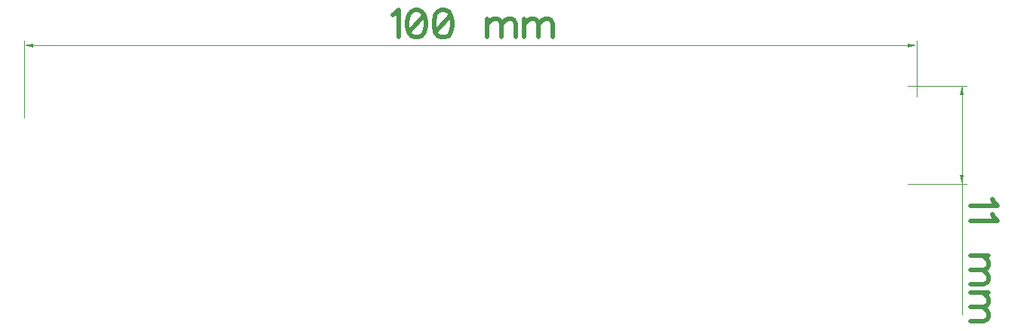
<source format=gbr>
G04 DipTrace 4.3.0.5*
G04 TopDimension.gbr*
%MOIN*%
G04 #@! TF.FileFunction,Drawing,Top*
G04 #@! TF.Part,Single*
%ADD15C,0.001378*%
%ADD65C,0.018527*%
%FSLAX26Y26*%
G04*
G70*
G90*
G75*
G01*
G04 TopDimension*
%LPD*%
X393701Y688976D2*
D15*
Y1025886D1*
X4330709Y781201D2*
Y1025886D1*
X2362205Y1006201D2*
X433071D1*
G36*
X393701D2*
X433071Y1014075D1*
Y998327D1*
X393701Y1006201D1*
G37*
X2362205D2*
D15*
X4291339D1*
G36*
X4330709D2*
X4291339Y998327D1*
Y1014075D1*
X4330709Y1006201D1*
G37*
X4293701Y826772D2*
D15*
X4550886D1*
X4293701Y393701D2*
X4550886D1*
X4531201Y610236D2*
Y787402D1*
G36*
Y826772D2*
X4539075Y787402D1*
X4523327D1*
X4531201Y826772D1*
G37*
Y610236D2*
D15*
Y433071D1*
G36*
Y393701D2*
X4523327Y433071D1*
X4539075D1*
X4531201Y393701D1*
G37*
Y-183868D2*
D15*
Y826772D1*
X2017850Y1140329D2*
D65*
X2029390Y1146165D1*
X2046634Y1163276D1*
Y1042833D1*
X2118177Y1163276D2*
X2100933Y1157573D1*
X2089392Y1140329D1*
X2083689Y1111677D1*
Y1094433D1*
X2089392Y1065781D1*
X2100933Y1048537D1*
X2118177Y1042833D1*
X2129584D1*
X2146829Y1048537D1*
X2158236Y1065781D1*
X2164073Y1094433D1*
Y1111677D1*
X2158236Y1140329D1*
X2146829Y1157573D1*
X2129584Y1163276D1*
X2118177D1*
X2158236Y1140329D2*
X2089392Y1065781D1*
X2235615Y1163276D2*
X2218371Y1157573D1*
X2206831Y1140329D1*
X2201127Y1111677D1*
Y1094433D1*
X2206831Y1065781D1*
X2218371Y1048537D1*
X2235615Y1042833D1*
X2247023D1*
X2264267Y1048537D1*
X2275674Y1065781D1*
X2281511Y1094433D1*
Y1111677D1*
X2275674Y1140329D1*
X2264267Y1157573D1*
X2247023Y1163276D1*
X2235615D1*
X2275674Y1140329D2*
X2206831Y1065781D1*
X2435207Y1123217D2*
Y1042833D1*
Y1100269D2*
X2452451Y1117513D1*
X2463992Y1123217D1*
X2481103D1*
X2492643Y1117513D1*
X2498347Y1100269D1*
Y1042833D1*
Y1100269D2*
X2515591Y1117513D1*
X2527132Y1123217D1*
X2544243D1*
X2555783Y1117513D1*
X2561620Y1100269D1*
Y1042833D1*
X2598674Y1123217D2*
Y1042833D1*
Y1100269D2*
X2615918Y1117513D1*
X2627458Y1123217D1*
X2644570D1*
X2656110Y1117513D1*
X2661814Y1100269D1*
Y1042833D1*
Y1100269D2*
X2679058Y1117513D1*
X2690598Y1123217D1*
X2707710D1*
X2719250Y1117513D1*
X2725086Y1100269D1*
Y1042833D1*
X4665329Y326540D2*
X4671165Y315000D1*
X4688276Y297756D1*
X4567833D1*
X4665329Y260701D2*
X4671165Y249161D1*
X4688276Y231917D1*
X4567833D1*
X4648217Y78221D2*
X4567833D1*
X4625269D2*
X4642513Y60977D1*
X4648217Y49436D1*
Y32325D1*
X4642513Y20785D1*
X4625269Y15081D1*
X4567833D1*
X4625269D2*
X4642513Y-2163D1*
X4648217Y-13704D1*
Y-30815D1*
X4642513Y-42355D1*
X4625269Y-48192D1*
X4567833D1*
X4648217Y-85246D2*
X4567833D1*
X4625269D2*
X4642513Y-102490D1*
X4648217Y-114030D1*
Y-131142D1*
X4642513Y-142682D1*
X4625269Y-148386D1*
X4567833D1*
X4625269D2*
X4642513Y-165630D1*
X4648217Y-177170D1*
Y-194282D1*
X4642513Y-205822D1*
X4625269Y-211659D1*
X4567833D1*
M02*

</source>
